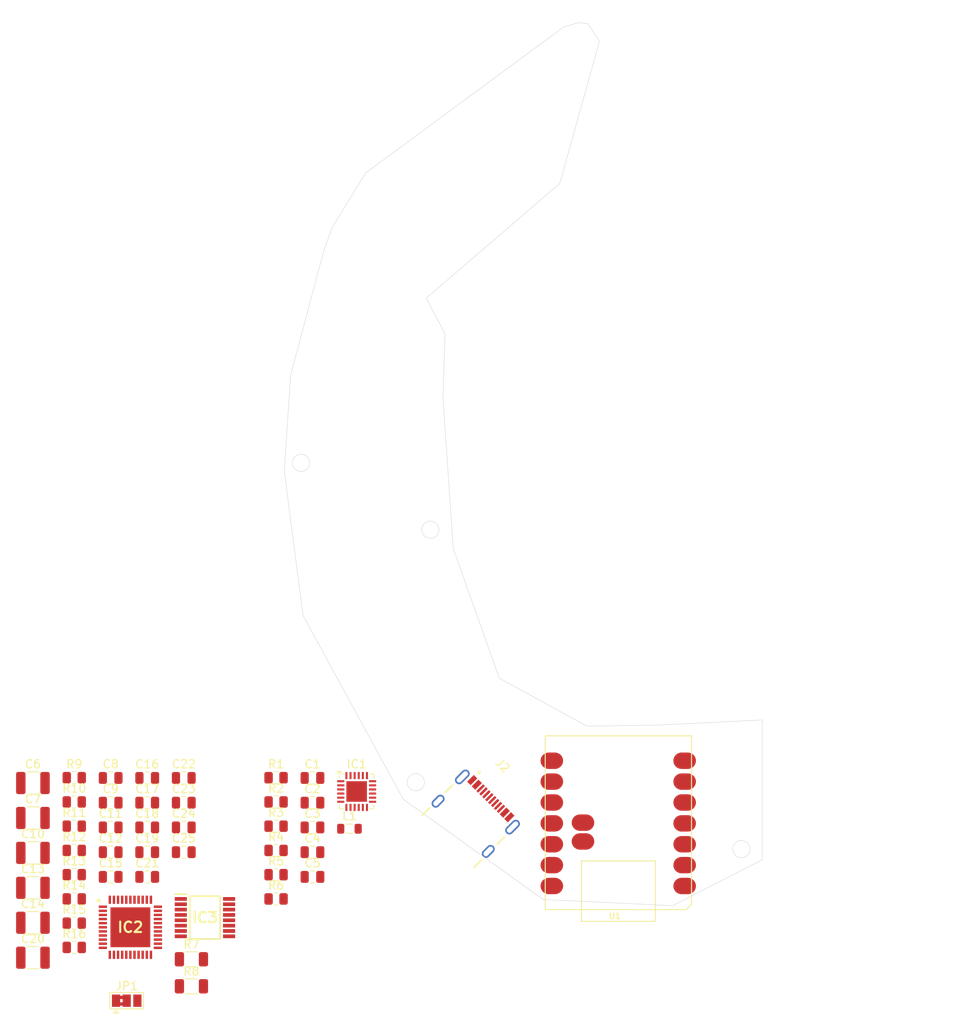
<source format=kicad_pcb>
(kicad_pcb (version 20240108) (generator "pcbnew") (generator_version "8.0")
  (layers (0 "F.Cu" signal) (31 "B.Cu" signal) (34 "B.Paste" user) (35 "F.Paste" user) (36 "B.SilkS" user "B.Silkscreen") (37 "F.SilkS" user "F.Silkscreen") (38 "B.Mask" user) (39 "F.Mask" user) (44 "Edge.Cuts" user))
  (net 0 "")
  (net 1 "GND")
  (net 2 "Net-(IC3-VREF(DAC))")
  (net 5 "Net-(IC3-MUTE)")
  (net 8 "Net-(IC3-VSSA)")
  (net 9 "VOUTL")
  (net 10 "Net-(IC3-VOUTR)")
  (net 12 "Net-(C13-Pad2)")
  (net 14 "Net-(IC3-VOUTL)")
  (net 17 "Net-(C14-Pad2)")
  (net 18 "VOUTR")
  (net 19 "Net-(C16-Pad2)")
  (net 20 "Net-(C17-Pad2)")
  (net 21 "+3.3V")
  (net 22 "VBUS")
  (net 23 "Net-(IC2-OUTL+_1)")
  (net 24 "Net-(IC2-BOOTL+)")
  (net 25 "Net-(IC2-OUTR+_1)")
  (net 26 "Net-(IC2-BOOTR+)")
  (net 27 "Net-(IC2-OUTR-_1)")
  (net 28 "Net-(IC2-BOOTR-)")
  (net 29 "Net-(IC2-BOOTL-)")
  (net 30 "Net-(IC2-OUTL-_1)")
  (net 31 "Net-(IC2-BIAS)")
  (net 33 "VOUT")
  (net 34 "Net-(C1-Pad2)")
  (net 35 "Net-(C4-Pad2)")
  (net 36 "Net-(IC1-DP)")
  (net 37 "Net-(IC1-DM)")
  (net 39 "Net-(IC1-BST)")
  (net 40 "Net-(IC1-VIN_OVSET)")
  (net 41 "VBATM")
  (net 44 "Net-(IC1-ISET)")
  (net 46 "Net-(IC1-VIN)")
  (net 47 "Net-(IC1-VSET)")
  (net 48 "VBATGND")
  (net 49 "Net-(IC1-NTC)")
  (net 52 "Net-(IC2-INR)")
  (net 53 "Net-(IC2-INL)")
  (net 54 "SCLK{slash}PWM")
  (net 55 "SDA{slash}VOL")
  (net 57 "Net-(IC2-FBR)")
  (net 58 "Net-(IC2-FBL)")
  (net 59 "Net-(IC3-DATAI)")
  (net 60 "Net-(IC3-BCK)")
  (net 61 "Net-(IC3-DEEM{slash}CLKOUT)")
  (net 62 "Net-(IC3-WS)")
  (footprint "Capacitor_SMD:C_0805_2012Metric" (layer "F.Cu") (at 74.383 150.279)
    (property "Reference" "C23" (at 0 -1.68 0) (layer "F.SilkS"))
    (property "Value" ".1uf")
    (fp_line (start -0.261252 -0.735) (end 0.261252 -0.735) (stroke (width 0.12)) (layer "F.SilkS"))
    (fp_line (start -0.261252 0.735) (end 0.261252 0.735) (stroke (width 0.12)) (layer "F.SilkS"))
    (pad "1" smd roundrect (at -0.95 0) (size 1 1.45) (layers "F.Cu" "F.Paste" "F.Mask") (net 28 "Net-(IC2-BOOTR-)"))
    (pad "2" smd roundrect (at 0.95 0) (size 1 1.45) (layers "F.Cu" "F.Paste" "F.Mask") (net 27 "Net-(IC2-OUTR-_1)"))
  )
  (footprint "SamacSys_Parts:GCT_USB4105-GF-A" (layer "F.Cu") (at 108.3818 153.152756 -45)
    (property "Reference" "J2" (at -1.825 -8.635 135) (layer "F.SilkS"))
    (property "Value" "USB4105-GF-A")
    (fp_line (start -4.47 1.32) (end -4.47 2.6) (stroke (width 0.2)) (layer "F.SilkS"))
    (fp_line (start -4.47 -2.65) (end -4.47 -1.4) (stroke (width 0.2)) (layer "F.SilkS"))
    (fp_line (start 4.47 2.6) (end 4.47 1.32) (stroke (width 0.2)) (layer "F.SilkS"))
    (fp_line (start 4.47 -2.65) (end 4.47 -1.4) (stroke (width 0.2)) (layer "F.SilkS"))
    (fp_circle (center -3.25 -6) (end -3.15 -6) (stroke (width 0.2)) (fill none) (layer "F.SilkS"))
    (pad "" np_thru_hole circle (at -2.890001 -3.68 315) (size 0.65 0.65) (drill 0.65) (layers "*.Cu" "*.Mask"))
    (pad "" np_thru_hole circle (at 2.890001 -3.68 315) (size 0.65 0.65) (drill 0.65) (layers "*.Cu" "*.Mask"))
    (pad "A1_B12" smd rect (at -3.2 -4.755 315) (size 0.6 1.15) (layers "F.Cu" "F.Paste") (net 1 "GND"))
    (pad "A4_B9" smd rect (at -2.4 -4.755 315) (size 0.6 1.15) (layers "F.Cu" "F.Paste") (net 22 "VBUS"))
    (pad "A5" smd rect (at -1.25 -4.755 315) (size 0.3 1.15) (layers "F.Cu" "F.Paste"))
    (pad "A6" smd rect (at -0.25 -4.755 315) (size 0.3 1.15) (layers "F.Cu" "F.Paste") (net 36 "Net-(IC1-DP)"))
    (pad "A7" smd rect (at 0.25 -4.755 315) (size 0.3 1.15) (layers "F.Cu" "F.Paste") (net 37 "Net-(IC1-DM)"))
    (pad "A8" smd rect (at 1.25 -4.755 315) (size 0.3 1.15) (layers "F.Cu" "F.Paste"))
    (pad "B1_A12" smd rect (at 3.2 -4.755 315) (size 0.6 1.15) (layers "F.Cu" "F.Paste") (net 1 "GND"))
    (pad "B4_A9" smd rect (at 2.4 -4.755 315) (size 0.6 1.15) (layers "F.Cu" "F.Paste") (net 22 "VBUS"))
    (pad "B5" smd rect (at 1.75 -4.755 315) (size 0.3 1.15) (layers "F.Cu" "F.Paste"))
    (pad "B6" smd rect (at 0.75 -4.755 315) (size 0.3 1.15) (layers "F.Cu" "F.Paste") (net 36 "Net-(IC1-DP)"))
    (pad "B7" smd rect (at -0.75 -4.755 315) (size 0.3 1.15) (layers "F.Cu" "F.Paste") (net 37 "Net-(IC1-DM)"))
    (pad "B8" smd rect (at -1.75 -4.755 315) (size 0.3 1.15) (layers "F.Cu" "F.Paste"))
    (pad "SH1" thru_hole oval (at -4.32 -4.18 315) (size 1 2.1) (drill oval 0.6 1.7) (layers "*.Cu" "*.Mask") (net 1 "GND"))
    (pad "SH2" thru_hole oval (at 4.32 -4.18 315) (size 1 2.1) (drill oval 0.6 1.7) (layers "*.Cu" "*.Mask") (net 1 "GND"))
    (pad "SH3" thru_hole oval (at -4.32 0 315) (size 1 1.8) (drill oval 0.6 1.4) (layers "*.Cu" "*.Mask") (net 1 "GND"))
    (pad "SH4" thru_hole oval (at 4.32 0 315) (size 1 1.8) (drill oval 0.6 1.4) (layers "*.Cu" "*.Mask") (net 1 "GND"))
  )
  (footprint "Resistor_SMD:R_0805_2012Metric" (layer "F.Cu") (at 85.613 161.989)
    (property "Reference" "R6" (at 0 -1.65 0) (layer "F.SilkS"))
    (property "Value" "60k")
    (fp_line (start -0.227064 -0.735) (end 0.227064 -0.735) (stroke (width 0.12)) (layer "F.SilkS"))
    (fp_line (start -0.227064 0.735) (end 0.227064 0.735) (stroke (width 0.12)) (layer "F.SilkS"))
    (pad "1" smd roundrect (at -0.9125 0) (size 1.025 1.4) (layers "F.Cu" "F.Paste" "F.Mask") (roundrect_rratio 0.243902) (net 44 "Net-(IC1-ISET)"))
    (pad "2" smd roundrect (at 0.9125 0) (size 1.025 1.4) (layers "F.Cu" "F.Paste" "F.Mask") (roundrect_rratio 0.243902) (net 1 "GND"))
  )
  (footprint "Capacitor_SMD:C_0805_2012Metric" (layer "F.Cu") (at 69.933 147.269)
    (property "Reference" "C16" (at 0 -1.68 0) (layer "F.SilkS"))
    (property "Value" ".47uF")
    (fp_line (start -0.261252 -0.735) (end 0.261252 -0.735) (stroke (width 0.12)) (layer "F.SilkS"))
    (fp_line (start -0.261252 0.735) (end 0.261252 0.735) (stroke (width 0.12)) (layer "F.SilkS"))
    (pad "1" smd roundrect (at -0.95 0) (size 1 1.45) (layers "F.Cu" "F.Paste" "F.Mask") (net 9 "VOUTL"))
    (pad "2" smd roundrect (at 0.95 0) (size 1 1.45) (layers "F.Cu" "F.Paste" "F.Mask") (net 19 "Net-(C16-Pad2)"))
  )
  (footprint "Resistor_SMD:R_0805_2012Metric" (layer "F.Cu") (at 61.053 150.189)
    (property "Reference" "R10" (at 0 -1.65 0) (layer "F.SilkS"))
    (property "Value" "220K")
    (fp_line (start -0.227064 -0.735) (end 0.227064 -0.735) (stroke (width 0.12)) (layer "F.SilkS"))
    (fp_line (start -0.227064 0.735) (end 0.227064 0.735) (stroke (width 0.12)) (layer "F.SilkS"))
    (pad "1" smd roundrect (at -0.9125 0) (size 1.025 1.4) (layers "F.Cu" "F.Paste" "F.Mask") (roundrect_rratio 0.243902) (net 1 "GND"))
    (pad "2" smd roundrect (at 0.9125 0) (size 1.025 1.4) (layers "F.Cu" "F.Paste" "F.Mask") (roundrect_rratio 0.243902) (net 12 "Net-(C13-Pad2)"))
  )
  (footprint "Resistor_SMD:R_0805_2012Metric" (layer "F.Cu") (at 61.053 161.989)
    (property "Reference" "R14" (at 0 -1.65 0) (layer "F.SilkS"))
    (property "Value" "20k")
    (fp_line (start -0.227064 -0.735) (end 0.227064 -0.735) (stroke (width 0.12)) (layer "F.SilkS"))
    (fp_line (start -0.227064 0.735) (end 0.227064 0.735) (stroke (width 0.12)) (layer "F.SilkS"))
    (pad "1" smd roundrect (at -0.9125 0) (size 1.025 1.4) (layers "F.Cu" "F.Paste" "F.Mask") (roundrect_rratio 0.243902) (net 53 "Net-(IC2-INL)"))
    (pad "2" smd roundrect (at 0.9125 0) (size 1.025 1.4) (layers "F.Cu" "F.Paste" "F.Mask") (roundrect_rratio 0.243902) (net 58 "Net-(IC2-FBL)"))
  )
  (footprint "Capacitor_SMD:C_0805_2012Metric" (layer "F.Cu") (at 65.483 156.299)
    (property "Reference" "C12" (at 0 -1.68 0) (layer "F.SilkS"))
    (property "Value" "100nf 63v")
    (fp_line (start -0.261252 -0.735) (end 0.261252 -0.735) (stroke (width 0.12)) (layer "F.SilkS"))
    (fp_line (start -0.261252 0.735) (end 0.261252 0.735) (stroke (width 0.12)) (layer "F.SilkS"))
    (pad "1" smd roundrect (at -0.95 0) (size 1 1.45) (layers "F.Cu" "F.Paste" "F.Mask") (net 1 "GND"))
    (pad "2" smd roundrect (at 0.95 0) (size 1 1.45) (layers "F.Cu" "F.Paste" "F.Mask") (net 9 "VOUTL"))
  )
  (footprint "Resistor_SMD:R_0805_2012Metric" (layer "F.Cu") (at 61.053 164.939)
    (property "Reference" "R15" (at 0 -1.65 0) (layer "F.SilkS"))
    (property "Value" "20k")
    (fp_line (start -0.227064 -0.735) (end 0.227064 -0.735) (stroke (width 0.12)) (layer "F.SilkS"))
    (fp_line (start -0.227064 0.735) (end 0.227064 0.735) (stroke (width 0.12)) (layer "F.SilkS"))
    (pad "1" smd roundrect (at -0.9125 0) (size 1.025 1.4) (layers "F.Cu" "F.Paste" "F.Mask") (roundrect_rratio 0.243902) (net 20 "Net-(C17-Pad2)"))
    (pad "2" smd roundrect (at 0.9125 0) (size 1.025 1.4) (layers "F.Cu" "F.Paste" "F.Mask") (roundrect_rratio 0.243902) (net 52 "Net-(IC2-INR)"))
  )
  (footprint "Resistor_SMD:R_1206_3216Metric" (layer "F.Cu") (at 75.313 172.619)
    (property "Reference" "R8" (at 0 -1.82 0) (layer "F.SilkS"))
    (property "Value" "1R")
    (fp_line (start -0.727064 -0.91) (end 0.727064 -0.91) (stroke (width 0.12)) (layer "F.SilkS"))
    (fp_line (start -0.727064 0.91) (end 0.727064 0.91) (stroke (width 0.12)) (layer "F.SilkS"))
    (pad "1" smd roundrect (at -1.4625 0) (size 1.125 1.75) (layers "F.Cu" "F.Paste" "F.Mask") (roundrect_rratio 0.222222) (net 21 "+3.3V"))
    (pad "2" smd roundrect (at 1.4625 0) (size 1.125 1.75) (layers "F.Cu" "F.Paste" "F.Mask") (roundrect_rratio 0.222222) (net 8 "Net-(IC3-VSSA)"))
  )
  (footprint "Capacitor_SMD:C_1210_3225Metric" (layer "F.Cu") (at 56.023 169.139)
    (property "Reference" "C20" (at 0 -2.3 0) (layer "F.SilkS"))
    (property "Value" "100uf 16v")
    (fp_line (start -0.711252 -1.36) (end 0.711252 -1.36) (stroke (width 0.12)) (layer "F.SilkS"))
    (fp_line (start -0.711252 1.36) (end 0.711252 1.36) (stroke (width 0.12)) (layer "F.SilkS"))
    (pad "1" smd roundrect (at -1.475 0) (size 1.15 2.7) (layers "F.Cu" "F.Paste" "F.Mask") (roundrect_rratio 0.217391) (net 1 "GND"))
    (pad "2" smd roundrect (at 1.475 0) (size 1.15 2.7) (layers "F.Cu" "F.Paste" "F.Mask") (roundrect_rratio 0.217391) (net 22 "VBUS"))
  )
  (footprint "Capacitor_SMD:C_0805_2012Metric" (layer "F.Cu") (at 69.933 150.279)
    (property "Reference" "C17" (at 0 -1.68 0) (layer "F.SilkS"))
    (property "Value" ".47uF")
    (fp_line (start -0.261252 -0.735) (end 0.261252 -0.735) (stroke (width 0.12)) (layer "F.SilkS"))
    (fp_line (start -0.261252 0.735) (end 0.261252 0.735) (stroke (width 0.12)) (layer "F.SilkS"))
    (pad "1" smd roundrect (at -0.95 0) (size 1 1.45) (layers "F.Cu" "F.Paste" "F.Mask") (net 18 "VOUTR"))
    (pad "2" smd roundrect (at 0.95 0) (size 1 1.45) (layers "F.Cu" "F.Paste" "F.Mask") (net 20 "Net-(C17-Pad2)"))
  )
  (footprint "Resistor_SMD:R_0805_2012Metric" (layer "F.Cu") (at 61.053 153.139)
    (property "Reference" "R11" (at 0 -1.65 0) (layer "F.SilkS"))
    (property "Value" "220K")
    (fp_line (start -0.227064 -0.735) (end 0.227064 -0.735) (stroke (width 0.12)) (layer "F.SilkS"))
    (fp_line (start -0.227064 0.735) (end 0.227064 0.735) (stroke (width 0.12)) (layer "F.SilkS"))
    (pad "1" smd roundrect (at -0.9125 0) (size 1.025 1.4) (layers "F.Cu" "F.Paste" "F.Mask") (roundrect_rratio 0.243902) (net 1 "GND"))
    (pad "2" smd roundrect (at 0.9125 0) (size 1.025 1.4) (layers "F.Cu" "F.Paste" "F.Mask") (roundrect_rratio 0.243902) (net 17 "Net-(C14-Pad2)"))
  )
  (footprint "Resistor_SMD:R_0805_2012Metric" (layer "F.Cu") (at 85.613 156.089)
    (property "Reference" "R4" (at 0 -1.65 0) (layer "F.SilkS"))
    (property "Value" "51k")
    (fp_line (start -0.227064 -0.735) (end 0.227064 -0.735) (stroke (width 0.12)) (layer "F.SilkS"))
    (fp_line (start -0.227064 0.735) (end 0.227064 0.735) (stroke (width 0.12)) (layer "F.SilkS"))
    (pad "1" smd roundrect (at -0.9125 0) (size 1.025 1.4) (layers "F.Cu" "F.Paste" "F.Mask") (roundrect_rratio 0.243902) (net 49 "Net-(IC1-NTC)"))
    (pad "2" smd roundrect (at 0.9125 0) (size 1.025 1.4) (layers "F.Cu" "F.Paste" "F.Mask") (roundrect_rratio 0.243902) (net 1 "GND"))
  )
  (footprint "Capacitor_SMD:C_0805_2012Metric" (layer "F.Cu") (at 65.483 153.289)
    (property "Reference" "C11" (at 0 -1.68 0) (layer "F.SilkS"))
    (property "Value" "100nf 63v")
    (fp_line (start -0.261252 -0.735) (end 0.261252 -0.735) (stroke (width 0.12)) (layer "F.SilkS"))
    (fp_line (start -0.261252 0.735) (end 0.261252 0.735) (stroke (width 0.12)) (layer "F.SilkS"))
    (pad "1" smd roundrect (at -0.95 0) (size 1 1.45) (layers "F.Cu" "F.Paste" "F.Mask") (net 1 "GND"))
    (pad "2" smd roundrect (at 0.95 0) (size 1 1.45) (layers "F.Cu" "F.Paste" "F.Mask") (net 2 "Net-(IC3-VREF(DAC))"))
  )
  (footprint "Capacitor_SMD:C_0805_2012Metric" (layer "F.Cu") (at 74.383 153.289)
    (property "Reference" "C24" (at 0 -1.68 0) (layer "F.SilkS"))
    (property "Value" ".1uf")
    (fp_line (start -0.261252 -0.735) (end 0.261252 -0.735) (stroke (width 0.12)) (layer "F.SilkS"))
    (fp_line (start -0.261252 0.735) (end 0.261252 0.735) (stroke (width 0.12)) (layer "F.SilkS"))
    (pad "1" smd roundrect (at -0.95 0) (size 1 1.45) (layers "F.Cu" "F.Paste" "F.Mask") (net 29 "Net-(IC2-BOOTL-)"))
    (pad "2" smd roundrect (at 0.95 0) (size 1 1.45) (layers "F.Cu" "F.Paste" "F.Mask") (net 30 "Net-(IC2-OUTL-_1)"))
  )
  (footprint "Capacitor_SMD:C_1210_3225Metric" (layer "F.Cu") (at 56.023 164.889)
    (property "Reference" "C14" (at 0 -2.3 0) (layer "F.SilkS"))
    (property "Value" "47uf 16v")
    (fp_line (start -0.711252 -1.36) (end 0.711252 -1.36) (stroke (width 0.12)) (layer "F.SilkS"))
    (fp_line (start -0.711252 1.36) (end 0.711252 1.36) (stroke (width 0.12)) (layer "F.SilkS"))
    (pad "1" smd roundrect (at -1.475 0) (size 1.15 2.7) (layers "F.Cu" "F.Paste" "F.Mask") (roundrect_rratio 0.217391) (net 14 "Net-(IC3-VOUTL)"))
    (pad "2" smd roundrect (at 1.475 0) (size 1.15 2.7) (layers "F.Cu" "F.Paste" "F.Mask") (roundrect_rratio 0.217391) (net 17 "Net-(C14-Pad2)"))
  )
  (footprint "Resistor_SMD:R_0805_2012Metric" (layer "F.Cu") (at 85.613 153.139)
    (property "Reference" "R3" (at 0 -1.65 0) (layer "F.SilkS"))
    (property "Value" "68k")
    (fp_line (start -0.227064 -0.735) (end 0.227064 -0.735) (stroke (width 0.12)) (layer "F.SilkS"))
    (fp_line (start -0.227064 0.735) (end 0.227064 0.735) (stroke (width 0.12)) (layer "F.SilkS"))
    (pad "1" smd roundrect (at -0.9125 0) (size 1.025 1.4) (layers "F.Cu" "F.Paste" "F.Mask") (roundrect_rratio 0.243902) (net 47 "Net-(IC1-VSET)"))
    (pad "2" smd roundrect (at 0.9125 0) (size 1.025 1.4) (layers "F.Cu" "F.Paste" "F.Mask") (roundrect_rratio 0.243902) (net 1 "GND"))
  )
  (footprint "Capacitor_SMD:C_0805_2012Metric" (layer "F.Cu") (at 65.483 159.309)
    (property "Reference" "C15" (at 0 -1.68 0) (layer "F.SilkS"))
    (property "Value" "100nf 63v")
    (fp_line (start -0.261252 -0.735) (end 0.261252 -0.735) (stroke (width 0.12)) (layer "F.SilkS"))
    (fp_line (start -0.261252 0.735) (end 0.261252 0.735) (stroke (width 0.12)) (layer "F.SilkS"))
    (pad "1" smd roundrect (at -0.95 0) (size 1 1.45) (layers "F.Cu" "F.Paste" "F.Mask") (net 1 "GND"))
    (pad "2" smd roundrect (at 0.95 0) (size 1 1.45) (layers "F.Cu" "F.Paste" "F.Mask") (net 18 "VOUTR"))
  )
  (footprint "clipboard:481d829e-8df2-4d8c-86dd-5558698f89fa" (layer "F.Cu") (at 104.394 118.11)
    (property "Reference" "" (at 0 0 0) (layer "F.SilkS") (effects (font (size 1.27 1.27))))
    (property "Value" "")
    (fp_circle (center 0 -1.047268) (end 1.016 -1.301268) (stroke (width 0.05)) (fill none) (layer "Edge.Cuts"))
  )
  (footprint "Resistor_SMD:R_0805_2012Metric" (layer "F.Cu") (at 85.613 147.239)
    (property "Reference" "R1" (at 0 -1.65 0) (layer "F.SilkS"))
    (property "Value" ".5R")
    (fp_line (start -0.227064 -0.735) (end 0.227064 -0.735) (stroke (width 0.12)) (layer "F.SilkS"))
    (fp_line (start -0.227064 0.735) (end 0.227064 0.735) (stroke (width 0.12)) (layer "F.SilkS"))
    (pad "1" smd roundrect (at -0.9125 0) (size 1.025 1.4) (layers "F.Cu" "F.Paste" "F.Mask") (roundrect_rratio 0.243902) (net 22 "VBUS"))
    (pad "2" smd roundrect (at 0.9125 0) (size 1.025 1.4) (layers "F.Cu" "F.Paste" "F.Mask") (roundrect_rratio 0.243902) (net 46 "Net-(IC1-VIN)"))
  )
  (footprint "Capacitor_SMD:C_0805_2012Metric" (layer "F.Cu") (at 69.933 159.309)
    (property "Reference" "C21" (at 0 -1.68 0) (layer "F.SilkS"))
    (property "Value" ".1uf")
    (fp_line (start -0.261252 -0.735) (end 0.261252 -0.735) (stroke (width 0.12)) (layer "F.SilkS"))
    (fp_line (start -0.261252 0.735) (end 0.261252 0.735) (stroke (width 0.12)) (layer "F.SilkS"))
    (pad "1" smd roundrect (at -0.95 0) (size 1 1.45) (layers "F.Cu" "F.Paste" "F.Mask") (net 24 "Net-(IC2-BOOTL+)"))
    (pad "2" smd roundrect (at 0.95 0) (size 1 1.45) (layers "F.Cu" "F.Paste" "F.Mask") (net 23 "Net-(IC2-OUTL+_1)"))
  )
  (footprint "Capacitor_SMD:C_0805_2012Metric" (layer "F.Cu") (at 69.933 156.299)
    (property "Reference" "C19" (at 0 -1.68 0) (layer "F.SilkS"))
    (property "Value" "1uf")
    (fp_line (start -0.261252 -0.735) (end 0.261252 -0.735) (stroke (width 0.12)) (layer "F.SilkS"))
    (fp_line (start -0.261252 0.735) (end 0.261252 0.735) (stroke (width 0.12)) (layer "F.SilkS"))
    (pad "1" smd roundrect (at -0.95 0) (size 1 1.45) (layers "F.Cu" "F.Paste" "F.Mask") (net 1 "GND"))
    (pad "2" smd roundrect (at 0.95 0) (size 1 1.45) (layers "F.Cu" "F.Paste" "F.Mask") (net 22 "VBUS"))
  )
  (footprint "Capacitor_SMD:C_0805_2012Metric" (layer "F.Cu") (at 90.043 159.309)
    (property "Reference" "C5" (at 0 -1.68 0) (layer "F.SilkS"))
    (property "Value" "22uF")
    (fp_line (start -0.261252 -0.735) (end 0.261252 -0.735) (stroke (width 0.12)) (layer "F.SilkS"))
    (fp_line (start -0.261252 0.735) (end 0.261252 0.735) (stroke (width 0.12)) (layer "F.SilkS"))
    (pad "1" smd roundrect (at -0.95 0) (size 1 1.45) (layers "F.Cu" "F.Paste" "F.Mask") (net 1 "GND"))
    (pad "2" smd roundrect (at 0.95 0) (size 1 1.45) (layers "F.Cu" "F.Paste" "F.Mask") (net 35 "Net-(C4-Pad2)"))
  )
  (footprint "Resistor_SMD:R_0805_2012Metric" (layer "F.Cu") (at 61.053 156.089)
    (property "Reference" "R12" (at 0 -1.65 0) (layer "F.SilkS"))
    (property "Value" "100R")
    (fp_line (start -0.227064 -0.735) (end 0.227064 -0.735) (stroke (width 0.12)) (layer "F.SilkS"))
    (fp_line (start -0.227064 0.735) (end 0.227064 0.735) (stroke (width 0.12)) (layer "F.SilkS"))
    (pad "1" smd roundrect (at -0.9125 0) (size 1.025 1.4) (layers "F.Cu" "F.Paste" "F.Mask") (roundrect_rratio 0.243902) (net 17 "Net-(C14-Pad2)"))
    (pad "2" smd roundrect (at 0.9125 0) (size 1.025 1.4) (layers "F.Cu" "F.Paste" "F.Mask") (roundrect_rratio 0.243902) (net 18 "VOUTR"))
  )
  (footprint "Capacitor_SMD:C_1210_3225Metric" (layer "F.Cu") (at 56.023 156.389)
    (property "Reference" "C10" (at 0 -2.3 0) (layer "F.SilkS"))
    (property "Value" "47uf 16v")
    (fp_line (start -0.711252 -1.36) (end 0.711252 -1.36) (stroke (width 0.12)) (layer "F.SilkS"))
    (fp_line (start -0.711252 1.36) (end 0.711252 1.36) (stroke (width 0.12)) (layer "F.SilkS"))
    (pad "1" smd roundrect (at -1.475 0) (size 1.15 2.7) (layers "F.Cu" "F.Paste" "F.Mask") (roundrect_rratio 0.217391) (net 8 "Net-(IC3-VSSA)"))
    (pad "2" smd roundrect (at 1.475 0) (size 1.15 2.7) (layers "F.Cu" "F.Paste" "F.Mask") (roundrect_rratio 0.217391) (net 1 "GND"))
  )
  (footprint "Inductor_SMD:L_0805_2012Metric" (layer "F.Cu") (at 94.543 153.449)
    (property "Reference" "L1" (at 0 -1.55 0) (layer "F.SilkS"))
    (property "Value" "2.2uH")
    (fp_line (start -0.399622 -0.56) (end 0.399622 -0.56) (stroke (width 0.12)) (layer "F.SilkS"))
    (fp_line (start -0.399622 0.56) (end 0.399622 0.56) (stroke (width 0.12)) (layer "F.SilkS"))
    (pad "1" smd roundrect (at -1.0625 0) (size 0.875 1.2) (layers "F.Cu" "F.Paste" "F.Mask") (net 34 "Net-(C1-Pad2)"))
    (pad "2" smd roundrect (at 1.0625 0) (size 0.875 1.2) (layers "F.Cu" "F.Paste" "F.Mask") (net 22 "VBUS"))
  )
  (footprint "Capacitor_SMD:C_1210_3225Metric" (layer "F.Cu") (at 56.023 152.139)
    (property "Reference" "C7" (at 0 -2.3 0) (layer "F.SilkS"))
    (property "Value" "47uf 16v")
    (fp_line (start -0.711252 -1.36) (end 0.711252 -1.36) (stroke (width 0.12)) (layer "F.SilkS"))
    (fp_line (start -0.711252 1.36) (end 0.711252 1.36) (stroke (width 0.12)) (layer "F.SilkS"))
    (pad "1" smd roundrect (at -1.475 0) (size 1.15 2.7) (layers "F.Cu" "F.Paste" "F.Mask") (roundrect_rratio 0.217391) (net 5 "Net-(IC3-MUTE)"))
    (pad "2" smd roundrect (at 1.475 0) (size 1.15 2.7) (layers "F.Cu" "F.Paste" "F.Mask") (roundrect_rratio 0.217391) (net 1 "GND"))
  )
  (footprint "Jumper:SolderJumper-3_P1.3mm_Bridged2Bar12_Pad1.0x1.5mm" (layer "F.Cu") (at 67.437 174.371)
    (property "Reference" "JP1" (at 0 -1.8 0) (layer "F.SilkS"))
    (property "Value" "Jumper_3_Bridged12")
    (fp_poly (pts (xy -0.9 -0.6) (xy -0.4 -0.6) (xy -0.4 -0.2) (xy -0.9 -0.2)) (fill solid) (layer "F.Cu"))
    (fp_poly (pts (xy -0.9 0.2) (xy -0.4 0.2) (xy -0.4 0.6) (xy -0.9 0.6)) (fill solid) (layer "F.Cu"))
    (fp_line (start -2.05 -1) (end 2.05 -1) (stroke (width 0.12)) (layer "F.SilkS"))
    (fp_line (start -2.05 1) (end -2.05 -1) (stroke (width 0.12)) (layer "F.SilkS"))
    (fp_line (start -1.6 1.5) (end -1 1.5) (stroke (width 0.12)) (layer "F.SilkS"))
    (fp_line (start -1.3 1.2) (end -1.6 1.5) (stroke (width 0.12)) (layer "F.SilkS"))
    (fp_line (start -1.3 1.2) (end -1 1.5) (stroke (width 0.12)) (layer "F.SilkS"))
    (fp_line (start 2.05 -1) (end 2.05 1) (stroke (width 0.12)) (layer "F.SilkS"))
    (fp_line (start 2.05 1) (end -2.05 1) (stroke (width 0.12)) (layer "F.SilkS"))
    (pad "1" smd rect (at -1.3 0) (size 1 1.5) (layers "F.Cu" "F.Mask") (net 1 "GND"))
    (pad "2" smd rect (at 0 0) (size 1 1.5) (layers "F.Cu" "F.Mask") (net 61 "Net-(IC3-DEEM{slash}CLKOUT)"))
    (pad "3" smd rect (at 1.3 0) (size 1 1.5) (layers "F.Cu" "F.Mask") (net 21 "+3.3V"))
  )
  (footprint "Resistor_SMD:R_0805_2012Metric" (layer "F.Cu") (at 85.613 159.039)
    (property "Reference" "R5" (at 0 -1.65 0) (layer "F.SilkS"))
    (property "Value" "120k")
    (fp_line (start -0.227064 -0.735) (end 0.227064 -0.735) (stroke (width 0.12)) (layer "F.SilkS"))
    (fp_line (start -0.227064 0.735) (end 0.227064 0.735) (stroke (width 0.12)) (layer "F.SilkS"))
    (pad "1" smd roundrect (at -0.9125 0) (size 1.025 1.4) (layers "F.Cu" "F.Paste" "F.Mask") (roundrect_rratio 0.243902) (net 40 "Net-(IC1-VIN_OVSET)"))
    (pad "2" smd roundrect (at 0.9125 0) (size 1.025 1.4) (layers "F.Cu" "F.Paste" "F.Mask") (roundrect_rratio 0.243902) (net 1 "GND"))
  )
  (footprint "Capacitor_SMD:C_0805_2012Metric" (layer "F.Cu") (at 69.933 153.289)
    (property "Reference" "C18" (at 0 -1.68 0) (layer "F.SilkS"))
    (property "Value" "1uf")
    (fp_line (start -0.261252 -0.735) (end 0.261252 -0.735) (stroke (width 0.12)) (layer "F.SilkS"))
    (fp_line (start -0.261252 0.735) (end 0.261252 0.735) (stroke (width 0.12)) (layer "F.SilkS"))
    (pad "1" smd roundrect (at -0.95 0) (size 1 1.45) (layers "F.Cu" "F.Paste" "F.Mask") (net 21 "+3.3V"))
    (pad "2" smd roundrect (at 0.95 0) (size 1 1.45) (layers "F.Cu" "F.Paste" "F.Mask") (net 1 "GND"))
  )
  (footprint "Resistor_SMD:R_1206_3216Metric" (layer "F.Cu") (at 75.313 169.329)
    (property "Reference" "R7" (at 0 -1.82 0) (layer "F.SilkS"))
    (property "Value" "1R")
    (fp_line (start -0.727064 -0.91) (end 0.727064 -0.91) (stroke (width 0.12)) (layer "F.SilkS"))
    (fp_line (start -0.727064 0.91) (end 0.727064 0.91) (stroke (width 0.12)) (layer "F.SilkS"))
    (pad "1" smd roundrect (at -1.4625 0) (size 1.125 1.75) (layers "F.Cu" "F.Paste" "F.Mask") (roundrect_rratio 0.222222) (net 5 "Net-(IC3-MUTE)"))
    (pad "2" smd roundrect (at 1.4625 0) (size 1.125 1.75) (layers "F.Cu" "F.Paste" "F.Mask") (roundrect_rratio 0.222222) (net 21 "+3.3V"))
  )
  (footprint "clipboard:481d829e-8df2-4d8c-86dd-5558698f89fa" (layer "F.Cu") (at 88.646 109.982)
    (property "Reference" "" (at 0 0 0) (layer "F.SilkS") (effects (font (size 1.27 1.27))))
    (property "Value" "")
    (fp_circle (center 0 -1.047268) (end 1.016 -1.301268) (stroke (width 0.05)) (fill none) (layer "Edge.Cuts"))
  )
  (footprint "clipboard:481d829e-8df2-4d8c-86dd-5558698f89fa" (layer "F.Cu") (at 142.24 156.972)
    (property "Reference" "" (at 0 0 0) (layer "F.SilkS") (effects (font (size 1.27 1.27))))
    (property "Value" "")
    (fp_circle (center 0 -1.047268) (end 1.016 -1.301268) (stroke (width 0.05)) (fill none) (layer "Edge.Cuts"))
  )
  (footprint "clipboard:481d829e-8df2-4d8c-86dd-5558698f89fa" (layer "F.Cu") (at 102.616 148.844)
    (property "Reference" "" (at 0 0 0) (layer "F.SilkS") (effects (font (size 1.27 1.27))))
    (property "Value" "")
    (fp_circle (center 0 -1.047268) (end 1.016 -1.301268) (stroke (width 0.05)) (fill none) (layer "Edge.Cuts"))
  )
  (footprint "Capacitor_SMD:C_1210_3225Metric" (layer "F.Cu") (at 56.023 160.639)
    (property "Reference" "C13" (at 0 -2.3 0) (layer "F.SilkS"))
    (property "Value" "47uf 16v")
    (fp_line (start -0.711252 -1.36) (end 0.711252 -1.36) (stroke (width 0.12)) (layer "F.SilkS"))
    (fp_line (start -0.711252 1.36) (end 0.711252 1.36) (stroke (width 0.12)) (layer "F.SilkS"))
    (pad "1" smd roundrect (at -1.475 0) (size 1.15 2.7) (layers "F.Cu" "F.Paste" "F.Mask") (roundrect_rratio 0.217391) (net 10 "Net-(IC3-VOUTR)"))
    (pad "2" smd roundrect (at 1.475 0) (size 1.15 2.7) (layers "F.Cu" "F.Paste" "F.Mask") (roundrect_rratio 0.217391) (net 12 "Net-(C13-Pad2)"))
  )
  (footprint "Arduino:MOUDLE14P-SMD-2.54-21X17.8MM" (layer "F.Cu") (at 136.1715 142.29675 180)
    (property "Reference" "U1" (at 9.3345 -21.7805 0) (layer "F.SilkS") (effects (font (size 0.7 0.7))))
    (property "Value" "MOUDLE-SEEEDUINO-XIAO-ESP32C3")
    (fp_line (start 17.8 0.15) (end 17.8 -21) (stroke (width 0.127)) (layer "F.SilkS"))
    (fp_line (start 17.8 -21) (end 0.671541 -21) (stroke (width 0.127)) (layer "F.SilkS"))
    (fp_line (start 13.395 -15.072) (end 4.396 -15.072) (stroke (width 0.127)) (layer "F.SilkS"))
    (fp_line (start 13.395 -22.424) (end 13.395 -15.072) (stroke (width 0.127)) (layer "F.SilkS"))
    (fp_line (start 4.4 -22.424) (end 13.395 -22.424) (stroke (width 0.127)) (layer "F.SilkS"))
    (fp_line (start 4.396 -15.072) (end 4.396 -22.425) (stroke (width 0.127)) (layer "F.SilkS"))
    (fp_line (start 0.671541 -21) (end 0 -20.3285) (stroke (width 0.127)) (layer "F.SilkS"))
    (fp_line (start 0 0.15) (end 17.8 0.15) (stroke (width 0.127)) (layer "F.SilkS"))
    (fp_line (start 0 -20.3285) (end 0 0.15) (stroke (width 0.127)) (layer "F.SilkS"))
    (pad "1" smd roundrect (at 0.835 -18.12 180) (size 2.75 2) (layers "F.Cu" "F.Paste" "F.Mask") (roundrect_rratio 0.5))
    (pad "2" smd roundrect (at 0.835 -15.58 180) (size 2.75 2) (layers "F.Cu" "F.Paste" "F.Mask") (roundrect_rratio 0.5))
    (pad "3" smd roundrect (at 0.835 -13.04 180) (size 2.75 2) (layers "F.Cu" "F.Paste" "F.Mask") (roundrect_rratio 0.5))
    (pad "4" smd roundrect (at 0.835 -10.5 180) (size 2.75 2) (layers "F.Cu" "F.Paste" "F.Mask") (roundrect_rratio 0.5))
    (pad "5" smd roundrect (at 0.835 -7.96 180) (size 2.75 2) (layers "F.Cu" "F.Paste" "F.Mask") (roundrect_rratio 0.5))
    (pad "6" smd roundrect (at 0.835 -5.42 180) (size 2.75 2) (layers "F.Cu" "F.Paste" "F.Mask") (roundrect_rratio 0.5) (net 55 "SDA{slash}VOL"))
    (pad "7" smd roundrect (at 0.835 -2.88 180) (size 2.75 2) (layers "F.Cu" "F.Paste" "F.Mask") (roundrect_rratio 0.5) (net 54 "SCLK{slash}PWM"))
    (pad "8" smd roundrect (at 17 -2.88 180) (size 2.75 2) (layers "F.Cu" "F.Paste" "F.Mask") (roundrect_rratio 0.5) (net 59 "Net-(IC3-DATAI)"))
    (pad "9" smd roundrect (at 17 -5.42 180) (size 2.75 2) (layers "F.Cu" "F.Paste" "F.Mask") (roundrect_rratio 0.5) (net 62 "Net-(IC3-WS)"))
    (pad "10" smd roundrect (at 17 -7.96 180) (size 2.75 2) (layers "F.Cu" "F.Paste" "F.Mask") (roundrect_rratio 0.5) (net 60 "Net-(IC3-BCK)"))
    (pad "11" smd roundrect (at 17 -10.5 180) (size 2.75 2) (layers "F.Cu" "F.Paste" "F.Mask") (roundrect_rratio 0.5))
    (pad "12" smd roundrect (at 17 -13.04 180) (size 2.75 2) (layers "F.Cu" "F.Paste" "F.Mask") (roundrect_rratio 0.5) (net 21 "+3.3V"))
    (pad "13" smd roundrect (at 17 -15.58 180) (size 2.75 2) (layers "F.Cu" "F.Paste" "F.Mask") (roundrect_rratio 0.5) (net 1 "GND"))
    (pad "14" smd roundrect (at 17 -18.12 180) (size 2.75 2) (layers "F.Cu" "F.Paste" "F.Mask") (roundrect_rratio 0.5) (net 22 "VBUS"))
    (pad "15" smd roundrect (at 13.207999 -10.414 180) (size 2.75 2) (layers "F.Cu" "F.Paste" "F.Mask") (roundrect_rratio 0.5))
    (pad "16" smd roundrect (at 13.207999 -12.7 180) (size 2.75 2) (layers "F.Cu" "F.Paste" "F.Mask") (roundrect_rratio 0.5))
  )
  (footprint "Capacitor_SMD:C_0805_2012Metric" (layer "F.Cu") (at 74.383 147.269)
    (property "Reference" "C22" (at 0 -1.68 0) (layer "F.SilkS"))
    (property "Value" ".1uf")
    (fp_line (start -0.261252 -0.735) (end 0.261252 -0.735) (stroke (width 0.12)) (layer "F.SilkS"))
    (fp_line (start -0.261252 0.735) (end 0.261252 0.735) (stroke (width 0.12)) (layer "F.SilkS"))
    (pad "1" smd roundrect (at -0.95 0) (size 1 1.45) (layers "F.Cu" "F.Paste" "F.Mask") (net 26 "Net-(IC2-BOOTR+)"))
    (pad "2" smd roundrect (at 0.95 0) (size 1 1.45) (layers "F.Cu" "F.Paste" "F.Mask") (net 25 "Net-(IC2-OUTR+_1)"))
  )
  (footprint "SamacSys_Parts:QFN50P700X700X80-45N" (layer "F.Cu") (at 67.883 165.439)
    (property "Reference" "IC2" (at 0 0 0) (layer "F.SilkS") (effects (font (size 1.27 1.27) (thickness 0.254))))
    (property "Value" "MAX9744ETH+T" (hide yes))
    (fp_circle (center -3.85 -3.25) (end -3.85 -3.125) (stroke (width 0.25)) (fill none) (layer "F.SilkS"))
    (pad "1" smd rect (at -3.35 -2.5 90) (size 0.3 1) (layers "F.Cu" "F.Paste" "F.Mask") (net 24 "Net-(IC2-BOOTL+)"))
    (pad "2" smd rect (at -3.35 -2 90) (size 0.3 1) (layers "F.Cu" "F.Paste" "F.Mask") (net 23 "Net-(IC2-OUTL+_1)"))
    (pad "3" smd rect (at -3.35 -1.5 90) (size 0.3 1) (layers "F.Cu" "F.Paste" "F.Mask") (net 23 "Net-(IC2-OUTL+_1)"))
    (pad "4" smd rect (at -3.35 -1 90) (size 0.3 1) (layers "F.Cu" "F.Paste" "F.Mask") (net 22 "VBUS"))
    (pad "5" smd rect (at -3.35 -0.5 90) (size 0.3 1) (layers "F.Cu" "F.Paste" "F.Mask") (net 22 "VBUS"))
    (pad "6" smd rect (at -3.35 0 90) (size 0.3 1) (layers "F.Cu" "F.Paste" "F.Mask") (net 21 "+3.3V"))
    (pad "7" smd rect (at -3.35 0.5 90) (size 0.3 1) (layers "F.Cu" "F.Paste" "F.Mask") (net 1 "GND"))
    (pad "8" smd rect (at -3.35 1 90) (size 0.3 1) (layers "F.Cu" "F.Paste" "F.Mask") (net 55 "SDA{slash}VOL"))
    (pad "9" smd rect (at -3.35 1.5 90) (size 0.3 1) (layers "F.Cu" "F.Paste" "F.Mask") (net 54 "SCLK{slash}PWM"))
    (pad "10" smd rect (at -3.35 2 90) (size 0.3 1) (layers "F.Cu" "F.Paste" "F.Mask") (net 21 "+3.3V"))
    (pad "11" smd rect (at -3.35 2.5 90) (size 0.3 1) (layers "F.Cu" "F.Paste" "F.Mask") (net 1 "GND"))
    (pad "12" smd rect (at -2.5 3.35) (size 0.3 1) (layers "F.Cu" "F.Paste" "F.Mask") (net 1 "GND"))
    (pad "13" smd rect (at -2 3.35) (size 0.3 1) (layers "F.Cu" "F.Paste" "F.Mask") (net 21 "+3.3V"))
    (pad "14" smd rect (at -1.5 3.35) (size 0.3 1) (layers "F.Cu" "F.Paste" "F.Mask") (net 21 "+3.3V"))
    (pad "15" smd rect (at -1 3.35) (size 0.3 1) (layers "F.Cu" "F.Paste" "F.Mask") (net 1 "GND"))
    (pad "16" smd rect (at -0.5 3.35) (size 0.3 1) (layers "F.Cu" "F.Paste" "F.Mask") (net 53 "Net-(IC2-INL)"))
    (pad "17" smd rect (at 0 3.35) (size 0.3 1) (layers "F.Cu" "F.Paste" "F.Mask") (net 58 "Net-(IC2-FBL)"))
    (pad "18" smd rect (at 0.5 3.35) (size 0.3 1) (layers "F.Cu" "F.Paste" "F.Mask") (net 57 "Net-(IC2-FBR)"))
    (pad "19" smd rect (at 1 3.35) (size 0.3 1) (layers "F.Cu" "F.Paste" "F.Mask") (net 52 "Net-(IC2-INR)"))
    (pad "20" smd rect (at 1.5 3.35) (size 0.3 1) (layers "F.Cu" "F.Paste" "F.Mask") (net 31 "Net-(IC2-BIAS)"))
    (pad "21" smd rect (at 2 3.35) (size 0.3 1) (layers "F.Cu" "F.Paste" "F.Mask") (net 21 "+3.3V"))
    (pad "22" smd rect (at 2.5 3.35) (size 0.3 1) (layers "F.Cu" "F.Paste" "F.Mask") (net 21 "+3.3V"))
    (pad "23" smd rect (at 3.35 2.5 90) (size 0.3 1) (layers "F.Cu" "F.Paste" "F.Mask"))
    (pad "24" smd rect (at 3.35 2 90) (size 0.3 1) (layers "F.Cu" "F.Paste" "F.Mask") (net 1 "GND"))
    (pad "25" smd rect (at 3.35 1.5 90) (size 0.3 1) (layers "F.Cu" "F.Paste" "F.Mask") (net 21 "+3.3V"))
    (pad "26" smd rect (at 3.35 1 90) (size 0.3 1) (layers "F.Cu" "F.Paste" "F.Mask"))
    (pad "27" smd rect (at 3.35 0.5 90) (size 0.3 1) (layers "F.Cu" "F.Paste" "F.Mask") (net 1 "GND"))
    (pad "28" smd rect (at 3.35 0 90) (size 0.3 1) (layers "F.Cu" "F.Paste" "F.Mask") (net 21 "+3.3V"))
    (pad "29" smd rect (at 3.35 -0.5 90) (size 0.3 1) (layers "F.Cu" "F.Paste" "F.Mask") (net 22 "VBUS"))
    (pad "30" smd rect (at 3.35 -1 90) (size 0.3 1) (layers "F.Cu" "F.Paste" "F.Mask") (net 22 "VBUS"))
    (pad "31" smd rect (at 3.35 -1.5 90) (size 0.3 1) (layers "F.Cu" "F.Paste" "F.Mask") (net 25 "Net-(IC2-OUTR+_1)"))
    (pad "32" smd rect (at 3.35 -2 90) (size 0.3 1) (layers "F.Cu" "F.Paste" "F.Mask") (net 25 "Net-(IC2-OUTR+_1)"))
    (pad "33" smd rect (at 3.35 -2.5 90) (size 0.3 1) (layers "F.Cu" "F.Paste" "F.Mask") (net 26 "Net-(IC2-BOOTR+)"))
    (pad "34" smd rect (at 2.5 -3.35) (size 0.3 1) (layers "F.Cu" "F.Paste" "F.Mask") (net 1 "GND"))
    (pad "35" smd rect (at 2 -3.35) (size 0.3 1) (layers "F.Cu" "F.Paste" "F.Mask") (net 1 "GND"))
    (pad "36" smd rect (at 1.5 -3.35) (size 0.3 1) (layers "F.Cu" "F.Paste" "F.Mask") (net 27 "Net-(IC2-OUTR-_1)"))
    (pad "37" smd rect (at 1 -3.35) (size 0.3 1) (layers "F.Cu" "F.Paste" "F.Mask") (net 27 "Net-(IC2-OUTR-_1)"))
    (pad "38" smd rect (at 0.5 -3.35) (size 0.3 1) (layers "F.Cu" "F.Paste" "F.Mask") (net 28 "Net-(IC2-BOOTR-)"))
    (pad "39" smd rect (at 0 -3.35) (size 0.3 1) (layers "F.Cu" "F.Paste" "F.Mask") (net 1 "GND"))
    (pad "40" smd rect (at -0.5 -3.35) (size 0.3 1) (layers "F.Cu" "F.Paste" "F.Mask") (net 29 "Net-(IC2-BOOTL-)"))
    (pad "41" smd rect (at -1 -3.35) (size 0.3 1) (layers "F.Cu" "F.Paste" "F.Mask") (net 30 "Net-(IC2-OUTL-_1)"))
    (pad "42" smd rect (at -1.5 -3.35) (size 0.3 1) (layers "F.Cu" "F.Paste" "F.Mask") (net 30 "Net-(IC2-OUTL-_1)"))
    (pad "43" smd rect (at -2 -3.35) (size 0.3 1) (layers "F.Cu" "F.Paste" "F.Mask") (net 1 "GND"))
    (pad "44" smd rect (at -2.5 -3.35) (size 0.3 1) (layers "F.Cu" "F.Paste" "F.Mask") (net 1 "GND"))
    (pad "45" smd rect (at 0 0) (size 4.85 4.85) (layers "F.Cu" "F.Paste" "F.Mask") (net 1 "GND"))
  )
  (footprint "Resistor_SMD:R_0805_2012Metric" (layer "F.Cu") (at 61.053 147.239)
    (property "Reference" "R9" (at 0 -1.65 0) (layer "F.SilkS"))
    (property "Value" "100R")
    (fp_line (start -0.227064 -0.735) (end 0.227064 -0.735) (stroke (width 0.12)) (layer "F.SilkS"))
    (fp_line (start -0.227064 0.735) (end 0.227064 0.735) (stroke (width 0.12)) (layer "F.SilkS"))
    (pad "1" smd roundrect (at -0.9125 0) (size 1.025 1.4) (layers "F.Cu" "F.Paste" "F.Mask") (roundrect_rratio 0.243902) (net 12 "Net-(C13-Pad2)"))
    (pad "2" smd roundrect (at 0.9125 0) (size 1.025 1.4) (layers "F.Cu" "F.Paste" "F.Mask") (roundrect_rratio 0.243902) (net 9 "VOUTL"))
  )
  (footprint "Resistor_SMD:R_0805_2012Metric" (layer "F.Cu") (at 61.053 167.889)
    (property "Reference" "R16" (at 0 -1.65 0) (layer "F.SilkS"))
    (property "Value" "20k")
    (fp_line (start -0.227064 -0.735) (end 0.227064 -0.735) (stroke (width 0.12)) (layer "F.SilkS"))
    (fp_line (start -0.227064 0.735) (end 0.227064 0.735) (stroke (width 0.12)) (layer "F.SilkS"))
    (pad "1" smd roundrect (at -0.9125 0) (size 1.025 1.4) (layers "F.Cu" "F.Paste" "F.Mask") (roundrect_rratio 0.243902) (net 52 "Net-(IC2-INR)"))
    (pad "2" smd roundrect (at 0.9125 0) (size 1.025 1.4) (layers "F.Cu" "F.Paste" "F.Mask") (roundrect_rratio 0.243902) (net 57 "Net-(IC2-FBR)"))
  )
  (footprint "Capacitor_SMD:C_0805_2012Metric" (layer "F.Cu") (at 74.383 156.299)
    (property "Reference" "C25" (at 0 -1.68 0) (layer "F.SilkS"))
    (property "Value" "2.2uF")
    (fp_line (start -0.261252 -0.735) (end 0.261252 -0.735) (stroke (width 0.12)) (layer "F.SilkS"))
    (fp_line (start -0.261252 0.735) (end 0.261252 0.735) (stroke (width 0.12)) (layer "F.SilkS"))
    (pad "1" smd roundrect (at -0.95 0) (size 1 1.45) (layers "F.Cu" "F.Paste" "F.Mask") (net 1 "GND"))
    (pad "2" smd roundrect (at 0.95 0) (size 1 1.45) (layers "F.Cu" "F.Paste" "F.Mask") (net 31 "Net-(IC2-BIAS)"))
  )
  (footprint "Package_DFN_QFN:HVQFN-24-1EP_4x4mm_P0.5mm_EP2.5x2.5mm" (layer "F.Cu") (at 95.423 148.919)
    (property "Reference" "IC1" (at 0 -3.33 0) (layer "F.SilkS"))
    (property "Value" "IP2326")
    (fp_line (start -2.11 -1.635) (end -2.11 -1.87) (stroke (width 0.12)) (layer "F.SilkS"))
    (fp_line (start -2.11 2.11) (end -2.11 1.635) (stroke (width 0.12)) (layer "F.SilkS"))
    (fp_line (start -1.635 -2.11) (end -1.81 -2.11) (stroke (width 0.12)) (layer "F.SilkS"))
    (fp_line (start -1.635 2.11) (end -2.11 2.11) (stroke (width 0.12)) (layer "F.SilkS"))
    (fp_line (start 1.635 -2.11) (end 2.11 -2.11) (stroke (width 0.12)) (layer "F.SilkS"))
    (fp_line (start 1.635 2.11) (end 2.11 2.11) (stroke (width 0.12)) (layer "F.SilkS"))
    (fp_line (start 2.11 -2.11) (end 2.11 -1.635) (stroke (width 0.12)) (layer "F.SilkS"))
    (fp_line (start 2.11 2.11) (end 2.11 1.635) (stroke (width 0.12)) (layer "F.SilkS"))
    (fp_poly (pts (xy -2.11 -2.11) (xy -2.35 -2.44) (xy -1.87 -2.44) (xy -2.11 -2.11)) (stroke (width 0.12)) (fill solid) (layer "F.SilkS"))
    (pad "1" smd roundrect (at -1.9375 -1.25) (size 0.875 0.25) (layers "F.Cu" "F.Paste" "F.Mask") (net 37 "Net-(IC1-DM)"))
    (pad "2" smd roundrect (at -1.9375 -0.75) (size 0.875 0.25) (layers "F.Cu" "F.Paste" "F.Mask") (net 36 "Net-(IC1-DP)"))
    (pad "3" smd roundrect (at -1.9375 -0.25) (size 0.875 0.25) (layers "F.Cu" "F.Paste" "F.Mask") (net 47 "Net-(IC1-VSET)"))
    (pad "4" smd roundrect (at -1.9375 0.25) (size 0.875 0.25) (layers "F.Cu" "F.Paste" "F.Mask") (net 49 "Net-(IC1-NTC)"))
    (pad "5" smd roundrect (at -1.9375 0.75) (size 0.875 0.25) (layers "F.Cu" "F.Paste" "F.Mask"))
    (pad "6" smd roundrect (at -1.9375 1.25) (size 0.875 0.25) (layers "F.Cu" "F.Paste" "F.Mask"))
    (pad "7" smd roundrect (at -1.25 1.9375) (size 0.25 0.875) (layers "F.Cu" "F.Paste" "F.Mask"))
    (pad "8" smd roundrect (at -0.75 1.9375) (size 0.25 0.875) (layers "F.Cu" "F.Paste" "F.Mask"))
    (pad "9" smd roundrect (at -0.25 1.9375) (size 0.25 0.875) (layers "F.Cu" "F.Paste" "F.Mask") (net 40 "Net-(IC1-VIN_OVSET)"))
    (pad "10" smd roundrect (at 0.25 1.9375) (size 0.25 0.875) (layers "F.Cu" "F.Paste" "F.Mask"))
    (pad "11" smd roundrect (at 0.75 1.9375) (size 0.25 0.875) (layers "F.Cu" "F.Paste" "F.Mask") (net 44 "Net-(IC1-ISET)"))
    (pad "12" smd roundrect (at 1.25 1.9375) (size 0.25 0.875) (layers "F.Cu" "F.Paste" "F.Mask"))
    (pad "13" smd roundrect (at 1.9375 1.25) (size 0.875 0.25) (layers "F.Cu" "F.Paste" "F.Mask") (net 46 "Net-(IC1-VIN)"))
    (pad "14" smd roundrect (at 1.9375 0.75) (size 0.875 0.25) (layers "F.Cu" "F.Paste" "F.Mask") (net 39 "Net-(IC1-BST)"))
    (pad "15" smd roundrect (at 1.9375 0.25) (size 0.875 0.25) (layers "F.Cu" "F.Paste" "F.Mask") (net 34 "Net-(C1-Pad2)"))
    (pad "16" smd roundrect (at 1.9375 -0.25) (size 0.875 0.25) (layers "F.Cu" "F.Paste" "F.Mask") (net 34 "Net-(C1-Pad2)"))
    (pad "17" smd roundrect (at 1.9375 -0.75) (size 0.875 0.25) (layers "F.Cu" "F.Paste" "F.Mask") (net 34 "Net-(C1-Pad2)"))
    (pad "18" smd roundrect (at 1.9375 -1.25) (size 0.875 0.25) (layers "F.Cu" "F.Paste" "F.Mask") (net 1 "GND"))
    (pad "19" smd roundrect (at 1.25 -1.9375) (size 0.25 0.875) (layers "F.Cu" "F.Paste" "F.Mask") (net 35 "Net-(C4-Pad2)"))
    (pad "20" smd roundrect (at 0.75 -1.9375) (size 0.25 0.875) (layers "F.Cu" "F.Paste" "F.Mask") (net 35 "Net-(C4-Pad2)"))
    (pad "21" smd roundrect (at 0.25 -1.9375) (size 0.25 0.875) (layers "F.Cu" "F.Paste" "F.Mask") (net 33 "VOUT"))
    (pad "22" smd roundrect (at -0.25 -1.9375) (size 0.25 0.875) (layers "F.Cu" "F.Paste" "F.Mask") (net 33 "VOUT"))
    (pad "23" smd roundrect (at -0.75 -1.9375) (size 0.25 0.875) (layers "F.Cu" "F.Paste" "F.Mask") (net 41 "VBATM"))
    (pad "24" smd roundrect (at -1.25 -1.9375) (size 0.25 0.875) (layers "F.Cu" "F.Paste" "F.Mask") (net 48 "VBATGND"))
    (pad "25" smd rect (at 0 0) (size 2.5 2.5) (property pad_prop_heatsink) (layers "F.Cu" "F.Mask") (net 1 "GND"))
  )
  (footprint "Capacitor_SMD:C_1210_3225Metric" (layer "F.Cu") (at 56.023 147.889)
    (property "Reference" "C6" (at 0 -2.3 0) (layer "F.SilkS"))
    (property "Value" "47uf 16v")
    (fp_line (start -0.711252 -1.36) (end 0.711252 -1.36) (stroke (width 0.12)) (layer "F.SilkS"))
    (fp_line (start -0.711252 1.36) (end 0.711252 1.36) (stroke (width 0.12)) (layer "F.SilkS"))
    (pad "1" smd roundrect (at -1.475 0) (size 1.15 2.7) (layers "F.Cu" "F.Paste" "F.Mask") (roundrect_rratio 0.217391) (net 1 "GND"))
    (pad "2" smd roundrect (at 1.475 0) (size 1.15 2.7) (layers "F.Cu" "F.Paste" "F.Mask") (roundrect_rratio 0.217391) (net 2 "Net-(IC3-VREF(DAC))"))
  )
  (footprint "Capacitor_SMD:C_0805_2012Metric" (layer "F.Cu") (at 90.043 156.299)
    (property "Reference" "C4" (at 0 -1.68 0) (layer "F.SilkS"))
    (property "Value" "22uF")
    (fp_line (start -0.261252 -0.735) (end 0.261252 -0.735) (stroke (width 0.12)) (layer "F.SilkS"))
    (fp_line (start -0.261252 0.735) (end 0.261252 0.735) (stroke (width 0.12)) (layer "F.SilkS"))
    (pad "1" smd roundrect (at -0.95 0) (size 1 1.45) (layers "F.Cu" "F.Paste" "F.Mask") (net 1 "GND"))
    (pad "2" smd roundrect (at 0.95 0) (size 1 1.45) (layers "F.Cu" "F.Paste" "F.Mask") (net 35 "Net-(C4-Pad2)"))
  )
  (footprint "SamacSys_Parts:SOP65P640X150-16N" (layer "F.Cu") (at 76.958 164.264)
    (property "Reference" "IC3" (at 0 0 0) (layer "F.SilkS") (effects (font (size 1.27 1.27) (thickness 0.254))))
    (property "Value" "UDA1334ATS_N2,118" (hide yes))
    (fp_line (start -3.675 -2.85) (end -2.2 -2.85) (stroke (width 0.2)) (layer "F.SilkS"))
    (fp_line (start -1.85 -2.6) (end 1.85 -2.6) (stroke (width 0.2)) (layer "F.SilkS"))
    (fp_line (start -1.85 2.6) (end -1.85 -2.6) (stroke (width 0.2)) (layer "F.SilkS"))
    (fp_line (start 1.85 -2.6) (end 1.85 2.6) (stroke (width 0.2)) (layer "F.SilkS"))
    (fp_line (start 1.85 2.6) (end -1.85 2.6) (stroke (width 0.2)) (layer "F.SilkS"))
    (pad "1" smd rect (at -2.938 -2.275 90) (size 0.45 1.475) (layers "F.Cu" "F.Paste" "F.Mask") (net 60 "Net-(IC3-BCK)"))
    (pad "2" smd rect (at -2.938 -1.625 90) (size 0.45 1.475) (layers "F.Cu" "F.Paste" "F.Mask") (net 62 "Net-(IC3-WS)"))
    (pad "3" smd rect (at -2.938 -0.975 90) (size 0.45 1.475) (layers "F.Cu" "F.Paste" "F.Mask") (net 59 "Net-(IC3-DATAI)"))
    (pad "4" smd rect (at -2.938 -0.325 90) (size 0.45 1.475) (layers "F.Cu" "F.Paste" "F.Mask") (net 5 "Net-(IC3-MUTE)"))
    (pad "5" smd rect (at -2.938 0.325 90) (size 0.45 1.475) (layers "F.Cu" "F.Paste" "F.Mask") (net 1 "GND"))
    (pad "6" smd rect (at -2.938 0.975 90) (size 0.45 1.475) (layers "F.Cu" "F.Paste" "F.Mask") (net 1 "GND"))
    (pad "7" smd rect (at -2.938 1.625 90) (size 0.45 1.475) (layers "F.Cu" "F.Paste" "F.Mask") (net 1 "GND"))
    (pad "8" smd rect (at -2.938 2.275 90) (size 0.45 1.475) (layers "F.Cu" "F.Paste" "F.Mask") (net 5 "Net-(IC3-MUTE)"))
    (pad "9" smd rect (at 2.938 2.275 90) (size 0.45 1.475) (layers "F.Cu" "F.Paste" "F.Mask") (net 61 "Net-(IC3-DEEM{slash}CLKOUT)"))
    (pad "10" smd rect (at 2.938 1.625 90) (size 0.45 1.475) (layers "F.Cu" "F.Paste" "F.Mask") (net 1 "GND"))
    (pad "11" smd rect (at 2.938 0.975 90) (size 0.45 1.475) (layers "F.Cu" "F.Paste" "F.Mask") (net 1 "GND"))
    (pad "12" smd rect (at 2.938 0.325 90) (size 0.45 1.475) (layers "F.Cu" "F.Paste" "F.Mask") (net 2 "Net-(IC3-VREF(DAC))"))
    (pad "13" smd rect (at 2.938 -0.325 90) (size 0.45 1.475) (layers "F.Cu" "F.Paste" "F.Mask") (net 1 "GND"))
    (pad "14" smd rect (at 2.938 -0.975 90) (size 0.45 1.475) (layers "F.Cu" "F.Paste" "F.Mask") (net 14 "Net-(IC3-VOUTL)"))
    (pad "15" smd rect (at 2.938 -1.625 90) (size 0.45 1.475) (layers "F.Cu" "F.Paste" "F.Mask") (net 8 "Net-(IC3-VSSA)"))
    (pad "16" smd rect (at 2.938 -2.275 90) (size 0.45 1.475) (layers "F.Cu" "F.Paste" "F.Mask") (net 10 "Net-(IC3-VOUTR)"))
  )
  (footprint "Resistor_SMD:R_0805_2012Metric" (layer "F.Cu") (at 85.613 150.189)
    (property "Reference" "R2" (at 0 -1.65 0) (layer "F.SilkS"))
    (property "Value" "5.1k")
    (fp_line (start -0.227064 -0.735) (end 0.227064 -0.735) (stroke (width 0.12)) (layer "F.SilkS"))
    (fp_line (start -0.227064 0.735) (end 0.227064 0.735) (stroke (width 0.12)) (layer "F.SilkS"))
    (pad "1" smd roundrect (at -0.9125 0) (size 1.025 1.4) (layers "F.Cu" "F.Paste" "F.Mask") (roundrect_rratio 0.243902) (net 1 "GND"))
    (pad "2" smd roundrect (at 0.9125 0) (size 1.025 1.4) (layers "F.Cu" "F.Paste" "F.Mask") (roundrect_rratio 0.243902) (net 22 "VBUS"))
  )
  (footprint "Capacitor_SMD:C_0805_2012Metric" (layer "F.Cu") (at 65.483 150.279)
    (property "Reference" "C9" (at 0 -1.68 0) (layer "F.SilkS"))
    (property "Value" "100nf 63v")
    (fp_line (start -0.261252 -0.735) (end 0.261252 -0.735) (stroke (width 0.12)) (layer "F.SilkS"))
    (fp_line (start -0.261252 0.735) (end 0.261252 0.735) (stroke (width 0.12)) (layer "F.SilkS"))
    (pad "1" smd roundrect (at -0.95 0) (size 1 1.45) (layers "F.Cu" "F.Paste" "F.Mask") (net 5 "Net-(IC3-MUTE)"))
    (pad "2" smd roundrect (at 0.95 0) (size 1 1.45) (layers "F.Cu" "F.Paste" "F.Mask") (net 1 "GND"))
  )
  (footprint "Capacitor_SMD:C_0805_2012Metric" (layer "F.Cu") (at 90.043 147.269)
    (property "Reference" "C1" (at 0 -1.68 0) (layer "F.SilkS"))
    (property "Value" ".1uF")
    (fp_line (start -0.261252 -0.735) (end 0.261252 -0.735) (stroke (width 0.12)) (layer "F.SilkS"))
    (fp_line (start -0.261252 0.735) (end 0.261252 0.735) (stroke (width 0.12)) (layer "F.SilkS"))
    (pad "1" smd roundrect (at -0.95 0) (size 1 1.45) (layers "F.Cu" "F.Paste" "F.Mask") (net 39 "Net-(IC1-BST)"))
    (pad "2" smd roundrect (at 0.95 0) (size 1 1.45) (layers "F.Cu" "F.Paste" "F.Mask") (net 34 "Net-(C1-Pad2)"))
  )
  (footprint "Capacitor_SMD:C_0805_2012Metric" (layer "F.Cu") (at 90.043 153.289)
    (property "Reference" "C3" (at 0 -1.68 0) (layer "F.SilkS"))
    (property "Value" "10uF")
    (fp_line (start -0.261252 -0.735) (end 0.261252 -0.735) (stroke (width 0.12)) (layer "F.SilkS"))
    (fp_line (start -0.261252 0.735) (end 0.261252 0.735) (stroke (width 0.12)) (layer "F.SilkS"))
    (pad "1" smd roundrect (at -0.95 0) (size 1 1.45) (layers "F.Cu" "F.Paste" "F.Mask") (net 46 "Net-(IC1-VIN)"))
    (pad "2" smd roundrect (at 0.95 0) (size 1 1.45) (layers "F.Cu" "F.Paste" "F.Mask") (net 1 "GND"))
  )
  (footprint "Capacitor_SMD:C_0805_2012Metric" (layer "F.Cu") (at 90.043 150.279)
    (property "Reference" "C2" (at 0 -1.68 0) (layer "F.SilkS"))
    (property "Value" ".1uF")
    (fp_line (start -0.261252 -0.735) (end 0.261252 -0.735) (stroke (width 0.12)) (layer "F.SilkS"))
    (fp_line (start -0.261252 0.735) (end 0.261252 0.735) (stroke (width 0.12)) (layer "F.SilkS"))
    (pad "1" smd roundrect (at -0.95 0) (size 1 1.45) (layers "F.Cu" "F.Paste" "F.Mask") (net 22 "VBUS"))
    (pad "2" smd roundrect (at 0.95 0) (size 1 1.45) (layers "F.Cu" "F.Paste" "F.Mask") (net 1 "GND"))
  )
  (footprint "Capacitor_SMD:C_0805_2012Metric" (layer "F.Cu") (at 65.483 147.269)
    (property "Reference" "C8" (at 0 -1.68 0) (layer "F.SilkS"))
    (property "Value" "100nf 63v")
    (fp_line (start -0.261252 -0.735) (end 0.261252 -0.735) (stroke (width 0.12)) (layer "F.SilkS"))
    (fp_line (start -0.261252 0.735) (end 0.261252 0.735) (stroke (width 0.12)) (layer "F.SilkS"))
    (pad "1" smd roundrect (at -0.95 0) (size 1 1.45) (layers "F.Cu" "F.Paste" "F.Mask") (net 8 "Net-(IC3-VSSA)"))
    (pad "2" smd roundrect (at 0.95 0) (size 1 1.45) (layers "F.Cu" "F.Paste" "F.Mask") (net 1 "GND"))
  )
  (footprint "Resistor_SMD:R_0805_2012Metric" (layer "F.Cu") (at 61.053 159.039)
    (property "Reference" "R13" (at 0 -1.65 0) (layer "F.SilkS"))
    (property "Value" "20k")
    (fp_line (start -0.227064 -0.735) (end 0.227064 -0.735) (stroke (width 0.12)) (layer "F.SilkS"))
    (fp_line (start -0.227064 0.735) (end 0.227064 0.735) (stroke (width 0.12)) (layer "F.SilkS"))
    (pad "1" smd roundrect (at -0.9125 0) (size 1.025 1.4) (layers "F.Cu" "F.Paste" "F.Mask") (roundrect_rratio 0.243902) (net 19 "Net-(C16-Pad2)"))
    (pad "2" smd roundrect (at 0.9125 0) (size 1.025 1.4) (layers "F.Cu" "F.Paste" "F.Mask") (roundrect_rratio 0.243902) (net 53 "Net-(IC2-INL)"))
  )
  (gr_poly (pts (xy 123.444 140.97) (xy 132.08 140.843) (xy 144.78 140.208) (xy 144.78 157.226) (xy 133.858 162.814) (xy 118.11 162.052) (xy 101.092 149.86) (xy 88.9 127.508) (xy 86.614 109.982) (xy 87.376 98.298) (xy 91.44 83.058) (xy 92.456 80.264) (xy 96.52 73.66) (xy 120.65 55.88) (xy 122.428 55.372) (xy 123.571 55.499) (xy 124.968 57.658) (xy 120.142 74.93) (xy 103.886 88.9) (xy 106.172 93.218) (xy 105.918 101.092) (xy 107.188 119.38) (xy 112.776 135.128)) (stroke (width 0.05)) (fill none) (layer "Edge.Cuts"))
)
</source>
